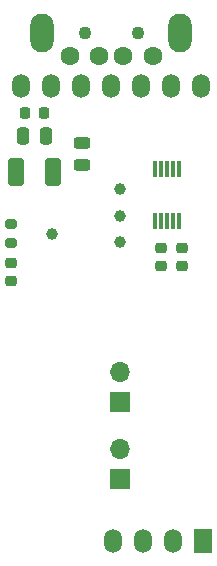
<source format=gts>
%TF.GenerationSoftware,KiCad,Pcbnew,7.0.10*%
%TF.CreationDate,2024-03-08T01:09:18+05:30*%
%TF.ProjectId,ADAPTER PCB,41444150-5445-4522-9050-43422e6b6963,rev?*%
%TF.SameCoordinates,Original*%
%TF.FileFunction,Soldermask,Top*%
%TF.FilePolarity,Negative*%
%FSLAX46Y46*%
G04 Gerber Fmt 4.6, Leading zero omitted, Abs format (unit mm)*
G04 Created by KiCad (PCBNEW 7.0.10) date 2024-03-08 01:09:18*
%MOMM*%
%LPD*%
G01*
G04 APERTURE LIST*
G04 Aperture macros list*
%AMRoundRect*
0 Rectangle with rounded corners*
0 $1 Rounding radius*
0 $2 $3 $4 $5 $6 $7 $8 $9 X,Y pos of 4 corners*
0 Add a 4 corners polygon primitive as box body*
4,1,4,$2,$3,$4,$5,$6,$7,$8,$9,$2,$3,0*
0 Add four circle primitives for the rounded corners*
1,1,$1+$1,$2,$3*
1,1,$1+$1,$4,$5*
1,1,$1+$1,$6,$7*
1,1,$1+$1,$8,$9*
0 Add four rect primitives between the rounded corners*
20,1,$1+$1,$2,$3,$4,$5,0*
20,1,$1+$1,$4,$5,$6,$7,0*
20,1,$1+$1,$6,$7,$8,$9,0*
20,1,$1+$1,$8,$9,$2,$3,0*%
G04 Aperture macros list end*
%ADD10C,1.000000*%
%ADD11O,1.500000X2.000000*%
%ADD12R,1.500000X2.000000*%
%ADD13C,1.100000*%
%ADD14C,1.600000*%
%ADD15O,2.000000X3.300000*%
%ADD16R,0.300000X1.400000*%
%ADD17RoundRect,0.200000X-0.275000X0.200000X-0.275000X-0.200000X0.275000X-0.200000X0.275000X0.200000X0*%
%ADD18R,1.700000X1.700000*%
%ADD19O,1.700000X1.700000*%
%ADD20RoundRect,0.243750X-0.456250X0.243750X-0.456250X-0.243750X0.456250X-0.243750X0.456250X0.243750X0*%
%ADD21RoundRect,0.218750X0.256250X-0.218750X0.256250X0.218750X-0.256250X0.218750X-0.256250X-0.218750X0*%
%ADD22RoundRect,0.250000X0.412500X0.925000X-0.412500X0.925000X-0.412500X-0.925000X0.412500X-0.925000X0*%
%ADD23RoundRect,0.225000X-0.250000X0.225000X-0.250000X-0.225000X0.250000X-0.225000X0.250000X0.225000X0*%
%ADD24RoundRect,0.250000X0.250000X0.475000X-0.250000X0.475000X-0.250000X-0.475000X0.250000X-0.475000X0*%
%ADD25RoundRect,0.225000X0.225000X0.250000X-0.225000X0.250000X-0.225000X-0.250000X0.225000X-0.250000X0*%
G04 APERTURE END LIST*
D10*
%TO.C,TP4*%
X125750000Y-94250000D03*
%TD*%
%TO.C,TP3*%
X125750000Y-96500000D03*
%TD*%
%TO.C,TP2*%
X125750000Y-92000000D03*
%TD*%
D11*
%TO.C,U1*%
X132620000Y-83250000D03*
X130080000Y-83250000D03*
X127540000Y-83250000D03*
X125000000Y-83250000D03*
X122460000Y-83250000D03*
X119920000Y-83250000D03*
X117380000Y-83250000D03*
X125180000Y-121750000D03*
X127720000Y-121750000D03*
X130260000Y-121750000D03*
D12*
X132800000Y-121750000D03*
%TD*%
D13*
%TO.C,J1*%
X127250000Y-78750000D03*
X122750000Y-78750000D03*
D14*
X121500000Y-80750000D03*
X124000000Y-80750000D03*
X126000000Y-80750000D03*
X128500000Y-80750000D03*
D15*
X130850000Y-78750000D03*
X119150000Y-78750000D03*
%TD*%
D16*
%TO.C,U2*%
X130750000Y-90300000D03*
X130250000Y-90300000D03*
X129750000Y-90300000D03*
X129250000Y-90300000D03*
X128750000Y-90300000D03*
X128750000Y-94700000D03*
X129250000Y-94700000D03*
X129750000Y-94700000D03*
X130250000Y-94700000D03*
X130750000Y-94700000D03*
%TD*%
D10*
%TO.C,TP1*%
X120000000Y-95750000D03*
%TD*%
D17*
%TO.C,R3*%
X116500000Y-94925000D03*
X116500000Y-96575000D03*
%TD*%
D18*
%TO.C,JP2*%
X125750000Y-110040000D03*
D19*
X125750000Y-107500000D03*
%TD*%
D18*
%TO.C,JP1*%
X125750000Y-116500000D03*
D19*
X125750000Y-113960000D03*
%TD*%
D20*
%TO.C,F1*%
X122500000Y-88062500D03*
X122500000Y-89937500D03*
%TD*%
D21*
%TO.C,D1*%
X116500000Y-99787500D03*
X116500000Y-98212500D03*
%TD*%
D22*
%TO.C,C5*%
X120037500Y-90500000D03*
X116962500Y-90500000D03*
%TD*%
D23*
%TO.C,C4*%
X131000000Y-96975000D03*
X131000000Y-98525000D03*
%TD*%
%TO.C,C3*%
X129250000Y-96975000D03*
X129250000Y-98525000D03*
%TD*%
D24*
%TO.C,C2*%
X119450000Y-87500000D03*
X117550000Y-87500000D03*
%TD*%
D25*
%TO.C,C1*%
X119275000Y-85500000D03*
X117725000Y-85500000D03*
%TD*%
M02*

</source>
